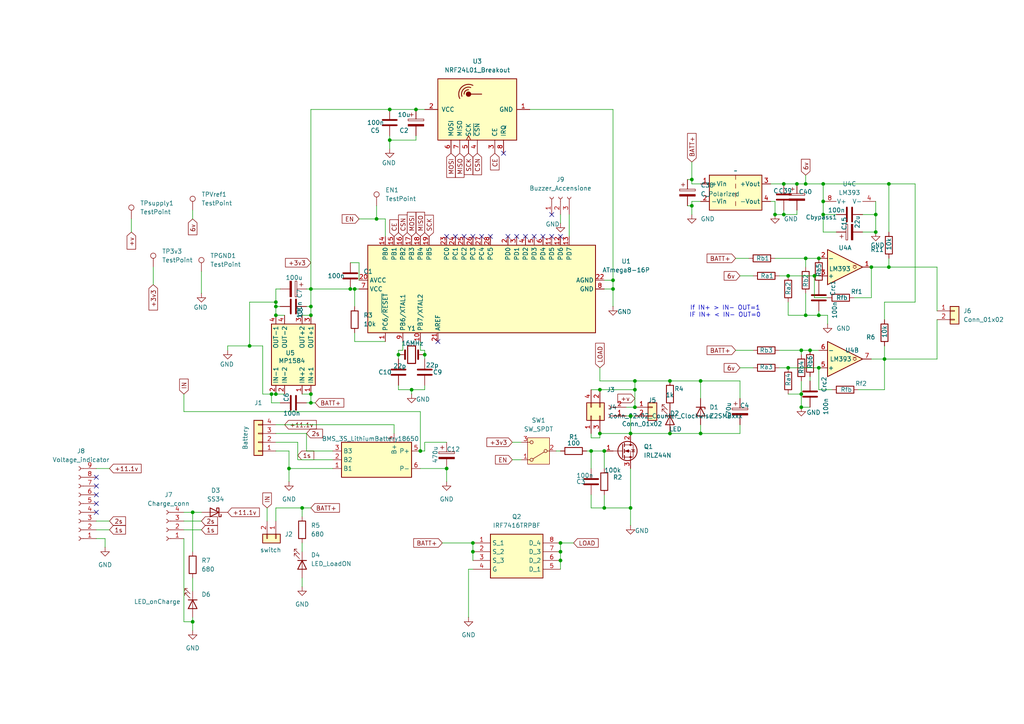
<source format=kicad_sch>
(kicad_sch (version 20250114) (generator "eeschema") (generator_version "9.0")
  (paper "A4")
  (title_block (title "PCB_AlimentazioneRobot") (date "2025-05-07") (rev "Superata"))
  (text "If IN+ > IN- OUT=1\nIF IN+ < IN- OUT=0" (at 210.312 90.424 0) (effects (font (size 1.27 1.27))))
  (junction (at 237.49 106.68))
  (junction (at 173.99 113.03))
  (junction (at 137.16 160.02))
  (junction (at 175.26 130.81))
  (junction (at 90.17 88.9))
  (junction (at 200.66 59.69))
  (junction (at 177.8 83.82))
  (junction (at 232.41 101.6))
  (junction (at 231.14 53.34))
  (junction (at 101.6 83.82))
  (junction (at 90.17 114.3))
  (junction (at 257.81 53.34))
  (junction (at 115.57 102.87))
  (junction (at 90.17 83.82))
  (junction (at 55.88 148.59))
  (junction (at 162.56 162.56))
  (junction (at 162.56 160.02))
  (junction (at 90.17 91.44))
  (junction (at 203.2 125.73))
  (junction (at 232.41 114.3))
  (junction (at 233.68 91.44))
  (junction (at 236.22 80.01))
  (junction (at 119.38 113.03))
  (junction (at 257.81 77.47))
  (junction (at 78.74 114.3))
  (junction (at 233.68 53.34))
  (junction (at 173.99 125.73))
  (junction (at 109.22 63.5))
  (junction (at 238.76 53.34))
  (junction (at 182.88 147.32))
  (junction (at 254 67.31))
  (junction (at 238.76 62.23))
  (junction (at 162.56 157.48))
  (junction (at 113.03 31.75))
  (junction (at 120.65 31.75))
  (junction (at 238.76 58.42))
  (junction (at 80.01 87.63))
  (junction (at 184.15 110.49))
  (junction (at 227.33 62.23))
  (junction (at 228.6 106.68))
  (junction (at 232.41 118.11))
  (junction (at 233.68 74.93))
  (junction (at 80.01 91.44))
  (junction (at 237.49 91.44))
  (junction (at 72.39 100.33))
  (junction (at 90.17 116.84))
  (junction (at 234.95 101.6))
  (junction (at 121.92 130.81))
  (junction (at 80.01 88.9))
  (junction (at 55.88 180.34))
  (junction (at 203.2 110.49))
  (junction (at 177.8 81.28))
  (junction (at 80.01 114.3))
  (junction (at 182.88 125.73))
  (junction (at 102.87 83.82))
  (junction (at 227.33 53.34))
  (junction (at 123.19 102.87))
  (junction (at 194.31 110.49))
  (junction (at 129.54 135.89))
  (junction (at 184.15 118.11))
  (junction (at 200.66 52.07))
  (junction (at 256.54 104.14))
  (junction (at 184.15 113.03))
  (junction (at 228.6 80.01))
  (junction (at 83.82 135.89))
  (junction (at 224.79 62.23))
  (junction (at 252.73 77.47))
  (junction (at 182.88 120.65))
  (junction (at 254 62.23))
  (junction (at 194.31 125.73))
  (junction (at 175.26 147.32))
  (junction (at 87.63 147.32))
  (junction (at 137.16 157.48))
  (junction (at 113.03 40.64))
  (junction (at 237.49 74.93))
  (junction (at 171.45 130.81))
  (no_connect (at 27.94 138.43))
  (no_connect (at 160.02 62.23))
  (no_connect (at 142.24 68.58))
  (no_connect (at 160.02 68.58))
  (no_connect (at 134.62 68.58))
  (no_connect (at 127 99.06))
  (no_connect (at 27.94 146.05))
  (no_connect (at 157.48 68.58))
  (no_connect (at 27.94 143.51))
  (no_connect (at 152.4 68.58))
  (no_connect (at 27.94 140.97))
  (no_connect (at 137.16 68.58))
  (no_connect (at 132.08 68.58))
  (no_connect (at 146.05 44.45))
  (no_connect (at 27.94 148.59))
  (no_connect (at 147.32 68.58))
  (no_connect (at 149.86 68.58))
  (no_connect (at 139.7 68.58))
  (no_connect (at 129.54 68.58))
  (no_connect (at 154.94 68.58))
  (no_connect (at 162.56 68.58))
  (wire (pts (xy 113.03 39.37) (xy 113.03 40.64)))
  (wire (pts (xy 200.66 46.99) (xy 200.66 52.07)))
  (wire (pts (xy 66.04 101.6) (xy 66.04 100.33)))
  (wire (pts (xy 80.01 87.63) (xy 80.01 88.9)))
  (wire (pts (xy 224.79 74.93) (xy 233.68 74.93)))
  (wire (pts (xy 233.68 53.34) (xy 238.76 53.34)))
  (wire (pts (xy 248.92 113.03) (xy 256.54 113.03)))
  (wire (pts (xy 232.41 101.6) (xy 234.95 101.6)))
  (wire (pts (xy 80.01 130.81) (xy 83.82 130.81)))
  (wire (pts (xy 213.36 101.6) (xy 218.44 101.6)))
  (wire (pts (xy 55.88 148.59) (xy 55.88 160.02)))
  (wire (pts (xy 173.99 125.73) (xy 182.88 125.73)))
  (wire (pts (xy 53.34 180.34) (xy 55.88 180.34)))
  (wire (pts (xy 242.57 67.31) (xy 238.76 67.31)))
  (wire (pts (xy 104.14 76.2) (xy 101.6 76.2)))
  (wire (pts (xy 121.92 101.6) (xy 123.19 101.6)))
  (wire (pts (xy 123.19 130.81) (xy 121.92 130.81)))
  (wire (pts (xy 171.45 127) (xy 173.99 127)))
  (wire (pts (xy 165.1 62.23) (xy 165.1 68.58)))
  (wire (pts (xy 80.01 125.73) (xy 88.9 125.73)))
  (wire (pts (xy 119.38 114.3) (xy 119.38 113.03)))
  (wire (pts (xy 113.03 31.75) (xy 120.65 31.75)))
  (wire (pts (xy 88.9 125.73) (xy 88.9 130.81)))
  (wire (pts (xy 257.81 53.34) (xy 265.43 53.34)))
  (wire (pts (xy 38.1 63.5) (xy 38.1 67.31)))
  (wire (pts (xy 162.56 157.48) (xy 166.37 157.48)))
  (wire (pts (xy 175.26 130.81) (xy 175.26 135.89)))
  (wire (pts (xy 123.19 128.27) (xy 123.19 130.81)))
  (wire (pts (xy 231.14 62.23) (xy 227.33 62.23)))
  (wire (pts (xy 80.01 88.9) (xy 81.28 88.9)))
  (wire (pts (xy 194.31 125.73) (xy 203.2 125.73)))
  (wire (pts (xy 148.59 133.35) (xy 151.13 133.35)))
  (wire (pts (xy 102.87 99.06) (xy 111.76 99.06)))
  (wire (pts (xy 87.63 147.32) (xy 87.63 149.86)))
  (wire (pts (xy 162.56 62.23) (xy 162.56 64.77)))
  (wire (pts (xy 80.01 91.44) (xy 82.55 91.44)))
  (wire (pts (xy 55.88 148.59) (xy 58.42 148.59)))
  (wire (pts (xy 162.56 157.48) (xy 162.56 160.02)))
  (wire (pts (xy 214.63 115.57) (xy 214.63 110.49)))
  (wire (pts (xy 109.22 59.69) (xy 109.22 63.5)))
  (wire (pts (xy 170.18 130.81) (xy 171.45 130.81)))
  (wire (pts (xy 128.27 157.48) (xy 137.16 157.48)))
  (wire (pts (xy 53.34 148.59) (xy 55.88 148.59)))
  (wire (pts (xy 171.45 113.03) (xy 173.99 113.03)))
  (wire (pts (xy 184.15 110.49) (xy 173.99 110.49)))
  (wire (pts (xy 175.26 147.32) (xy 182.88 147.32)))
  (wire (pts (xy 121.92 135.89) (xy 129.54 135.89)))
  (wire (pts (xy 80.01 147.32) (xy 87.63 147.32)))
  (wire (pts (xy 87.63 114.3) (xy 90.17 114.3)))
  (wire (pts (xy 233.68 85.09) (xy 233.68 91.44)))
  (wire (pts (xy 58.42 78.74) (xy 58.42 85.09)))
  (wire (pts (xy 182.88 120.65) (xy 182.88 125.73)))
  (wire (pts (xy 200.66 59.69) (xy 200.66 62.23)))
  (wire (pts (xy 53.34 156.21) (xy 53.34 180.34)))
  (wire (pts (xy 177.8 83.82) (xy 177.8 88.9)))
  (wire (pts (xy 175.26 83.82) (xy 177.8 83.82)))
  (wire (pts (xy 90.17 88.9) (xy 90.17 91.44)))
  (wire (pts (xy 121.92 119.38) (xy 121.92 130.81)))
  (wire (pts (xy 200.66 58.42) (xy 200.66 59.69)))
  (wire (pts (xy 226.06 106.68) (xy 228.6 106.68)))
  (wire (pts (xy 76.2 100.33) (xy 72.39 100.33)))
  (wire (pts (xy 129.54 128.27) (xy 123.19 128.27)))
  (wire (pts (xy 87.63 167.64) (xy 87.63 170.18)))
  (wire (pts (xy 254 67.31) (xy 254 62.23)))
  (wire (pts (xy 80.01 114.3) (xy 82.55 114.3)))
  (wire (pts (xy 199.39 52.07) (xy 200.66 52.07)))
  (wire (pts (xy 80.01 83.82) (xy 81.28 83.82)))
  (wire (pts (xy 120.65 39.37) (xy 120.65 40.64)))
  (wire (pts (xy 31.75 135.89) (xy 27.94 135.89)))
  (wire (pts (xy 123.19 111.76) (xy 123.19 113.03)))
  (wire (pts (xy 88.9 88.9) (xy 90.17 88.9)))
  (wire (pts (xy 114.3 123.19) (xy 114.3 125.73)))
  (wire (pts (xy 53.34 153.67) (xy 58.42 153.67)))
  (wire (pts (xy 115.57 102.87) (xy 115.57 104.14)))
  (wire (pts (xy 90.17 31.75) (xy 113.03 31.75)))
  (wire (pts (xy 182.88 135.89) (xy 182.88 147.32)))
  (wire (pts (xy 184.15 118.11) (xy 181.61 118.11)))
  (wire (pts (xy 200.66 53.34) (xy 203.2 53.34)))
  (wire (pts (xy 120.65 40.64) (xy 113.03 40.64)))
  (wire (pts (xy 256.54 113.03) (xy 256.54 104.14)))
  (wire (pts (xy 250.19 62.23) (xy 254 62.23)))
  (wire (pts (xy 223.52 53.34) (xy 227.33 53.34)))
  (wire (pts (xy 72.39 87.63) (xy 80.01 87.63)))
  (wire (pts (xy 184.15 110.49) (xy 184.15 113.03)))
  (wire (pts (xy 237.49 90.17) (xy 237.49 91.44)))
  (wire (pts (xy 90.17 31.75) (xy 90.17 83.82)))
  (wire (pts (xy 90.17 83.82) (xy 101.6 83.82)))
  (wire (pts (xy 78.74 116.84) (xy 81.28 116.84)))
  (wire (pts (xy 224.79 58.42) (xy 224.79 62.23)))
  (wire (pts (xy 228.6 91.44) (xy 233.68 91.44)))
  (wire (pts (xy 184.15 110.49) (xy 194.31 110.49)))
  (wire (pts (xy 228.6 114.3) (xy 232.41 114.3)))
  (wire (pts (xy 233.68 74.93) (xy 237.49 74.93)))
  (wire (pts (xy 86.36 133.35) (xy 96.52 133.35)))
  (wire (pts (xy 30.48 156.21) (xy 30.48 158.75)))
  (wire (pts (xy 171.45 125.73) (xy 171.45 127)))
  (wire (pts (xy 231.14 60.96) (xy 231.14 62.23)))
  (wire (pts (xy 55.88 60.96) (xy 55.88 63.5)))
  (wire (pts (xy 88.9 130.81) (xy 96.52 130.81)))
  (wire (pts (xy 55.88 180.34) (xy 55.88 182.88)))
  (wire (pts (xy 101.6 83.82) (xy 102.87 83.82)))
  (wire (pts (xy 203.2 123.19) (xy 203.2 125.73)))
  (wire (pts (xy 236.22 80.01) (xy 237.49 80.01)))
  (wire (pts (xy 83.82 130.81) (xy 83.82 135.89)))
  (wire (pts (xy 254 62.23) (xy 254 58.42)))
  (wire (pts (xy 232.41 102.87) (xy 232.41 101.6)))
  (wire (pts (xy 232.41 110.49) (xy 232.41 114.3)))
  (wire (pts (xy 123.19 102.87) (xy 123.19 104.14)))
  (wire (pts (xy 177.8 31.75) (xy 177.8 81.28)))
  (wire (pts (xy 237.49 113.03) (xy 237.49 106.68)))
  (wire (pts (xy 120.65 31.75) (xy 123.19 31.75)))
  (wire (pts (xy 53.34 114.3) (xy 53.34 119.38)))
  (wire (pts (xy 173.99 113.03) (xy 184.15 113.03)))
  (wire (pts (xy 66.04 100.33) (xy 72.39 100.33)))
  (wire (pts (xy 78.74 114.3) (xy 80.01 114.3)))
  (wire (pts (xy 238.76 67.31) (xy 238.76 62.23)))
  (wire (pts (xy 161.29 130.81) (xy 162.56 130.81)))
  (wire (pts (xy 257.81 53.34) (xy 238.76 53.34)))
  (wire (pts (xy 104.14 81.28) (xy 104.14 76.2)))
  (wire (pts (xy 116.84 99.06) (xy 116.84 101.6)))
  (wire (pts (xy 78.74 114.3) (xy 78.74 116.84)))
  (wire (pts (xy 203.2 58.42) (xy 200.66 58.42)))
  (wire (pts (xy 184.15 120.65) (xy 182.88 120.65)))
  (wire (pts (xy 80.01 128.27) (xy 86.36 128.27)))
  (wire (pts (xy 199.39 59.69) (xy 200.66 59.69)))
  (wire (pts (xy 228.6 106.68) (xy 237.49 106.68)))
  (wire (pts (xy 232.41 118.11) (xy 234.95 118.11)))
  (wire (pts (xy 175.26 81.28) (xy 177.8 81.28)))
  (wire (pts (xy 44.45 77.47) (xy 44.45 82.55)))
  (wire (pts (xy 83.82 135.89) (xy 83.82 139.7)))
  (wire (pts (xy 83.82 135.89) (xy 96.52 135.89)))
  (wire (pts (xy 271.78 104.14) (xy 256.54 104.14)))
  (wire (pts (xy 175.26 143.51) (xy 175.26 147.32)))
  (wire (pts (xy 78.74 114.3) (xy 76.2 114.3)))
  (wire (pts (xy 121.92 99.06) (xy 121.92 101.6)))
  (wire (pts (xy 135.89 165.1) (xy 137.16 165.1)))
  (wire (pts (xy 257.81 77.47) (xy 271.78 77.47)))
  (wire (pts (xy 250.19 67.31) (xy 254 67.31)))
  (wire (pts (xy 203.2 110.49) (xy 203.2 115.57)))
  (wire (pts (xy 241.3 113.03) (xy 237.49 113.03)))
  (wire (pts (xy 123.19 101.6) (xy 123.19 102.87)))
  (wire (pts (xy 214.63 110.49) (xy 203.2 110.49)))
  (wire (pts (xy 173.99 125.73) (xy 173.99 127)))
  (wire (pts (xy 252.73 77.47) (xy 257.81 77.47)))
  (wire (pts (xy 153.67 31.75) (xy 177.8 31.75)))
  (wire (pts (xy 226.06 80.01) (xy 228.6 80.01)))
  (wire (pts (xy 227.33 62.23) (xy 224.79 62.23)))
  (wire (pts (xy 227.33 60.96) (xy 227.33 62.23)))
  (wire (pts (xy 87.63 147.32) (xy 90.17 147.32)))
  (wire (pts (xy 111.76 63.5) (xy 109.22 63.5)))
  (wire (pts (xy 87.63 157.48) (xy 87.63 160.02)))
  (wire (pts (xy 171.45 147.32) (xy 171.45 143.51)))
  (wire (pts (xy 214.63 125.73) (xy 203.2 125.73)))
  (wire (pts (xy 194.31 110.49) (xy 203.2 110.49)))
  (wire (pts (xy 104.14 63.5) (xy 109.22 63.5)))
  (wire (pts (xy 214.63 106.68) (xy 218.44 106.68)))
  (wire (pts (xy 181.61 120.65) (xy 182.88 120.65)))
  (wire (pts (xy 236.22 86.36) (xy 236.22 80.01)))
  (wire (pts (xy 265.43 87.63) (xy 256.54 87.63)))
  (wire (pts (xy 257.81 53.34) (xy 257.81 67.31)))
  (wire (pts (xy 238.76 53.34) (xy 238.76 58.42)))
  (wire (pts (xy 102.87 83.82) (xy 104.14 83.82)))
  (wire (pts (xy 256.54 100.33) (xy 256.54 104.14)))
  (wire (pts (xy 90.17 116.84) (xy 90.17 114.3)))
  (wire (pts (xy 116.84 101.6) (xy 115.57 101.6)))
  (wire (pts (xy 227.33 53.34) (xy 231.14 53.34)))
  (wire (pts (xy 55.88 179.07) (xy 55.88 180.34)))
  (wire (pts (xy 213.36 74.93) (xy 217.17 74.93)))
  (wire (pts (xy 76.2 114.3) (xy 76.2 100.33)))
  (wire (pts (xy 237.49 91.44) (xy 240.03 91.44)))
  (wire (pts (xy 175.26 130.81) (xy 171.45 130.81)))
  (wire (pts (xy 173.99 110.49) (xy 173.99 106.68)))
  (wire (pts (xy 53.34 119.38) (xy 121.92 119.38)))
  (wire (pts (xy 232.41 118.11) (xy 232.41 114.3)))
  (wire (pts (xy 148.59 128.27) (xy 151.13 128.27)))
  (wire (pts (xy 233.68 50.8) (xy 233.68 53.34)))
  (wire (pts (xy 238.76 62.23) (xy 238.76 58.42)))
  (wire (pts (xy 72.39 87.63) (xy 72.39 100.33)))
  (wire (pts (xy 234.95 101.6) (xy 237.49 101.6)))
  (wire (pts (xy 182.88 125.73) (xy 194.31 125.73)))
  (wire (pts (xy 214.63 80.01) (xy 218.44 80.01)))
  (wire (pts (xy 27.94 151.13) (xy 31.75 151.13)))
  (wire (pts (xy 137.16 157.48) (xy 137.16 160.02)))
  (wire (pts (xy 256.54 87.63) (xy 256.54 92.71)))
  (wire (pts (xy 162.56 160.02) (xy 162.56 162.56)))
  (wire (pts (xy 80.01 88.9) (xy 80.01 91.44)))
  (wire (pts (xy 27.94 156.21) (xy 30.48 156.21)))
  (wire (pts (xy 102.87 96.52) (xy 102.87 99.06)))
  (wire (pts (xy 271.78 77.47) (xy 271.78 90.17)))
  (wire (pts (xy 223.52 58.42) (xy 224.79 58.42)))
  (wire (pts (xy 252.73 86.36) (xy 252.73 77.47)))
  (wire (pts (xy 257.81 77.47) (xy 257.81 74.93)))
  (wire (pts (xy 77.47 147.32) (xy 77.47 151.13)))
  (wire (pts (xy 240.03 86.36) (xy 236.22 86.36)))
  (wire (pts (xy 233.68 77.47) (xy 233.68 74.93)))
  (wire (pts (xy 55.88 167.64) (xy 55.88 171.45)))
  (wire (pts (xy 232.41 101.6) (xy 226.06 101.6)))
  (wire (pts (xy 240.03 93.98) (xy 240.03 91.44)))
  (wire (pts (xy 177.8 81.28) (xy 177.8 83.82)))
  (wire (pts (xy 228.6 80.01) (xy 236.22 80.01)))
  (wire (pts (xy 115.57 111.76) (xy 115.57 113.03)))
  (wire (pts (xy 115.57 101.6) (xy 115.57 102.87)))
  (wire (pts (xy 80.01 83.82) (xy 80.01 87.63)))
  (wire (pts (xy 88.9 116.84) (xy 90.17 116.84)))
  (wire (pts (xy 80.01 123.19) (xy 114.3 123.19)))
  (wire (pts (xy 265.43 53.34) (xy 265.43 87.63)))
  (wire (pts (xy 256.54 104.14) (xy 252.73 104.14)))
  (wire (pts (xy 233.68 91.44) (xy 237.49 91.44)))
  (wire (pts (xy 90.17 116.84) (xy 91.44 116.84)))
  (wire (pts (xy 137.16 160.02) (xy 137.16 162.56)))
  (wire (pts (xy 171.45 147.32) (xy 175.26 147.32)))
  (wire (pts (xy 86.36 128.27) (xy 86.36 133.35)))
  (wire (pts (xy 247.65 86.36) (xy 252.73 86.36)))
  (wire (pts (xy 27.94 153.67) (xy 31.75 153.67)))
  (wire (pts (xy 271.78 92.71) (xy 271.78 104.14)))
  (wire (pts (xy 53.34 151.13) (xy 58.42 151.13)))
  (wire (pts (xy 162.56 162.56) (xy 162.56 165.1)))
  (wire (pts (xy 88.9 83.82) (xy 90.17 83.82)))
  (wire (pts (xy 234.95 110.49) (xy 234.95 109.22)))
  (wire (pts (xy 242.57 62.23) (xy 238.76 62.23)))
  (wire (pts (xy 123.19 113.03) (xy 119.38 113.03)))
  (wire (pts (xy 80.01 151.13) (xy 80.01 147.32)))
  (wire (pts (xy 135.89 165.1) (xy 135.89 179.07)))
  (wire (pts (xy 113.03 43.18) (xy 113.03 40.64)))
  (wire (pts (xy 214.63 123.19) (xy 214.63 125.73)))
  (wire (pts (xy 171.45 130.81) (xy 171.45 135.89)))
  (wire (pts (xy 231.14 53.34) (xy 233.68 53.34)))
  (wire (pts (xy 115.57 113.03) (xy 119.38 113.03)))
  (wire (pts (xy 87.63 91.44) (xy 90.17 91.44)))
  (wire (pts (xy 90.17 83.82) (xy 90.17 88.9)))
  (wire (pts (xy 111.76 68.58) (xy 111.76 63.5)))
  (wire (pts (xy 102.87 83.82) (xy 102.87 88.9)))
  (wire (pts (xy 228.6 87.63) (xy 228.6 91.44)))
  (wire (pts (xy 184.15 113.03) (xy 184.15 118.11)))
  (wire (pts (xy 200.66 52.07) (xy 200.66 53.34)))
  (wire (pts (xy 182.88 147.32) (xy 182.88 152.4)))
  (wire (pts (xy 129.54 135.89) (xy 129.54 139.7)))
  (global_label "6v" (shape input) (at 233.68 50.8 90) (property "Intersheetrefs" "${INTERSHEET_REFS}" (effects (hide yes))))
  (global_label "SCK" (shape input) (at 135.89 44.45 270) (property "Intersheetrefs" "${INTERSHEET_REFS}" (effects (hide yes))))
  (global_label "LOAD" (shape input) (at 166.37 157.48 0) (property "Intersheetrefs" "${INTERSHEET_REFS}" (effects (hide yes))))
  (global_label "MISO" (shape input) (at 121.92 68.58 90) (property "Intersheetrefs" "${INTERSHEET_REFS}" (effects (hide yes))))
  (global_label "+v" (shape input) (at 184.15 115.57 180) (property "Intersheetrefs" "${INTERSHEET_REFS}" (effects (hide yes))))
  (global_label "EN" (shape input) (at 148.59 133.35 180) (property "Intersheetrefs" "${INTERSHEET_REFS}" (effects (hide yes))))
  (global_label "IN" (shape input) (at 77.47 147.32 90) (property "Intersheetrefs" "${INTERSHEET_REFS}" (effects (hide yes))))
  (global_label "2s" (shape input) (at 88.9 125.73 0) (property "Intersheetrefs" "${INTERSHEET_REFS}" (effects (hide yes))))
  (global_label "+3v3" (shape input) (at 148.59 128.27 180) (property "Intersheetrefs" "${INTERSHEET_REFS}" (effects (hide yes))))
  (global_label "1s" (shape input) (at 86.36 132.08 0) (property "Intersheetrefs" "${INTERSHEET_REFS}" (effects (hide yes))))
  (global_label "CSN" (shape input) (at 116.84 68.58 90) (property "Intersheetrefs" "${INTERSHEET_REFS}" (effects (hide yes))))
  (global_label "1s" (shape input) (at 31.75 153.67 0) (property "Intersheetrefs" "${INTERSHEET_REFS}" (effects (hide yes))))
  (global_label "IN" (shape input) (at 53.34 114.3 90) (property "Intersheetrefs" "${INTERSHEET_REFS}" (effects (hide yes))))
  (global_label "+v" (shape input) (at 38.1 67.31 270) (property "Intersheetrefs" "${INTERSHEET_REFS}" (effects (hide yes))))
  (global_label "BATT+" (shape input) (at 200.66 46.99 90) (property "Intersheetrefs" "${INTERSHEET_REFS}" (effects (hide yes))))
  (global_label "SCK" (shape input) (at 124.46 68.58 90) (property "Intersheetrefs" "${INTERSHEET_REFS}" (effects (hide yes))))
  (global_label "6v" (shape input) (at 214.63 80.01 180) (property "Intersheetrefs" "${INTERSHEET_REFS}" (effects (hide yes))))
  (global_label "EN" (shape input) (at 104.14 63.5 180) (property "Intersheetrefs" "${INTERSHEET_REFS}" (effects (hide yes))))
  (global_label "BATT+" (shape input) (at 213.36 74.93 180) (property "Intersheetrefs" "${INTERSHEET_REFS}" (effects (hide yes))))
  (global_label "CE" (shape input) (at 143.51 44.45 270) (property "Intersheetrefs" "${INTERSHEET_REFS}" (effects (hide yes))))
  (global_label "+11.1v" (shape input) (at 31.75 135.89 0) (property "Intersheetrefs" "${INTERSHEET_REFS}" (effects (hide yes))))
  (global_label "6v" (shape input) (at 214.63 106.68 180) (property "Intersheetrefs" "${INTERSHEET_REFS}" (effects (hide yes))))
  (global_label "BATT+" (shape input) (at 213.36 101.6 180) (property "Intersheetrefs" "${INTERSHEET_REFS}" (effects (hide yes))))
  (global_label "2s" (shape input) (at 31.75 151.13 0) (property "Intersheetrefs" "${INTERSHEET_REFS}" (effects (hide yes))))
  (global_label "BATT+" (shape input) (at 90.17 147.32 0) (property "Intersheetrefs" "${INTERSHEET_REFS}" (effects (hide yes))))
  (global_label "LOAD" (shape input) (at 173.99 106.68 90) (property "Intersheetrefs" "${INTERSHEET_REFS}" (effects (hide yes))))
  (global_label "BATT+" (shape input) (at 91.44 116.84 0) (property "Intersheetrefs" "${INTERSHEET_REFS}" (effects (hide yes))))
  (global_label "6v" (shape input) (at 55.88 63.5 270) (property "Intersheetrefs" "${INTERSHEET_REFS}" (effects (hide yes))))
  (global_label "+3v3" (shape input) (at 44.45 82.55 270) (property "Intersheetrefs" "${INTERSHEET_REFS}" (effects (hide yes))))
  (global_label "1s" (shape input) (at 58.42 153.67 0) (property "Intersheetrefs" "${INTERSHEET_REFS}" (effects (hide yes))))
  (global_label "2s" (shape input) (at 58.42 151.13 0) (property "Intersheetrefs" "${INTERSHEET_REFS}" (effects (hide yes))))
  (global_label "MOSI" (shape input) (at 119.38 68.58 90) (property "Intersheetrefs" "${INTERSHEET_REFS}" (effects (hide yes))))
  (global_label "MOSI" (shape input) (at 130.81 44.45 270) (property "Intersheetrefs" "${INTERSHEET_REFS}" (effects (hide yes))))
  (global_label "BATT+" (shape input) (at 128.27 157.48 180) (property "Intersheetrefs" "${INTERSHEET_REFS}" (effects (hide yes))))
  (global_label "+11.1v" (shape input) (at 82.55 123.19 0) (property "Intersheetrefs" "${INTERSHEET_REFS}" (effects (hide yes))))
  (global_label "MISO" (shape input) (at 133.35 44.45 270) (property "Intersheetrefs" "${INTERSHEET_REFS}" (effects (hide yes))))
  (global_label "CSN" (shape input) (at 138.43 44.45 270) (property "Intersheetrefs" "${INTERSHEET_REFS}" (effects (hide yes))))
  (global_label "CE" (shape input) (at 114.3 68.58 90) (property "Intersheetrefs" "${INTERSHEET_REFS}" (effects (hide yes))))
  (global_label "+11.1v" (shape input) (at 66.04 148.59 0) (property "Intersheetrefs" "${INTERSHEET_REFS}" (effects (hide yes))))
  (global_label "+3v3" (shape input) (at 90.17 76.2 180) (property "Intersheetrefs" "${INTERSHEET_REFS}" (effects (hide yes))))
  (symbol (lib_id "Connector:TestPoint") (at 44.45 77.47 0) (unit 1)
    (property "Reference" "TP3v3" (at 46.99 72.8979 0) (effects (justify left)))
    (property "Value" "TestPoint" (at 46.99 75.4379 0) (effects (justify left)))
    (property "Footprint" "TestPoint:TestPoint_Pad_2.0x2.0mm" (effects (hide yes)))
    (property "Description" "test point" (effects (hide yes)))
  )
  (symbol (lib_id "power:GND") (at 182.88 152.4 0) (unit 1)
    (property "Reference" "#PWR012" (effects (hide yes)))
    (property "Value" "GND" (at 186.182 153.924 0))
    (property "Description" "Power symbol creates a global label with name \"GND\" , ground" (effects (hide yes)))
  )
  (symbol (lib_id "Battery_Management:BSM_LithiumBattery18650_3S") (at 109.22 133.35 0) (unit 1)
    (property "Reference" "U2" (effects (hide yes)))
    (property "Value" "BMS_3S_LithiumBattery18650" (at 107.442 127.254 0))
    (property "Footprint" "Battery:BMS-4S" (effects (hide yes)))
    (property "Datasheet" "https://www.analog.com/media/en/technical-documentation/data-sheets/2942fa.pdf" (effects (hide yes)))
    (property "Description" "Battery Gas Gauge with Temperature, Voltage Measurement, DFN-6" (effects (hide yes)))
  )
  (symbol (lib_id "Device:C") (at 85.09 88.9 270) (unit 1)
    (property "Reference" "C8" (at 87.122 89.154 0) (effects (justify left)))
    (property "Value" "100n" (at 86.868 87.376 0) (effects (justify left)))
    (property "Footprint" "Capacitor_THT:C_Disc_D7.0mm_W2.5mm_P5.00mm" (effects (hide yes)))
    (property "Description" "Unpolarized capacitor" (effects (hide yes)))
  )
  (symbol (lib_id "power:GND") (at 87.63 170.18 0) (unit 1)
    (property "Reference" "#PWR07" (effects (hide yes)))
    (property "Value" "GND" (at 87.63 175.26 0))
    (property "Description" "Power symbol creates a global label with name \"GND\" , ground" (effects (hide yes)))
  )
  (symbol (lib_id "Device:R") (at 166.37 130.81 90) (unit 1)
    (property "Reference" "R1" (at 166.37 126.746 90))
    (property "Value" "100" (at 166.37 128.524 90))
    (property "Footprint" "Resistor_THT:R_Axial_DIN0204_L3.6mm_D1.6mm_P5.08mm_Horizontal" (effects (hide yes)))
    (property "Description" "Resistor" (effects (hide yes)))
  )
  (symbol (lib_id "Device:R") (at 55.88 163.83 180) (unit 1)
    (property "Reference" "R7" (at 58.42 162.5599 0) (effects (justify right)))
    (property "Value" "680" (at 58.42 165.0999 0) (effects (justify right)))
    (property "Footprint" "Resistor_THT:R_Axial_DIN0204_L3.6mm_D1.6mm_P5.08mm_Horizontal" (effects (hide yes)))
    (property "Description" "Resistor" (effects (hide yes)))
  )
  (symbol (lib_id "Device:C") (at 234.95 114.3 0) (unit 1)
    (property "Reference" "Crc2" (at 239.014 113.792 90) (effects (justify left)))
    (property "Value" "100n" (at 239.522 120.396 90) (effects (justify left)))
    (property "Footprint" "Capacitor_THT:C_Disc_D5.1mm_W3.2mm_P5.00mm" (effects (hide yes)))
    (property "Description" "Unpolarized capacitor" (effects (hide yes)))
  )
  (symbol (lib_id "power:GND") (at 162.56 64.77 0) (unit 1)
    (property "Reference" "#PWR014" (effects (hide yes)))
    (property "Value" "GND" (at 160.274 65.024 0))
    (property "Description" "Power symbol creates a global label with name \"GND\" , ground" (effects (hide yes)))
  )
  (symbol (lib_id "Device:C") (at 237.49 86.36 0) (unit 1)
    (property "Reference" "Crc1" (at 241.554 85.852 90) (effects (justify left)))
    (property "Value" "100n" (at 242.062 92.456 90) (effects (justify left)))
    (property "Footprint" "Capacitor_THT:C_Disc_D5.1mm_W3.2mm_P5.00mm" (effects (hide yes)))
    (property "Description" "Unpolarized capacitor" (effects (hide yes)))
  )
  (symbol (lib_id "Device:R") (at 228.6 110.49 0) (unit 1)
    (property "Reference" "Ra4" (at 228.6 112.014 90) (effects (justify left)))
    (property "Value" "10k" (effects (hide yes)))
    (property "Footprint" "Resistor_THT:R_Axial_DIN0204_L3.6mm_D1.6mm_P5.08mm_Horizontal" (effects (hide yes)))
    (property "Description" "Resistor" (effects (hide yes)))
  )
  (symbol (lib_id "power:GND") (at 113.03 43.18 0) (unit 1)
    (property "Reference" "#PWR03" (effects (hide yes)))
    (property "Value" "GND" (at 110.744 47.244 0) (effects (justify left)))
    (property "Description" "Power symbol creates a global label with name \"GND\" , ground" (effects (hide yes)))
  )
  (symbol (lib_id "Device:R") (at 175.26 139.7 0) (unit 1)
    (property "Reference" "R2" (at 177.8 138.4299 0) (effects (justify left)))
    (property "Value" "100k" (at 175.26 136.398 0) (effects (justify left)))
    (property "Footprint" "Resistor_THT:R_Axial_DIN0204_L3.6mm_D1.6mm_P5.08mm_Horizontal" (effects (hide yes)))
    (property "Description" "Resistor" (effects (hide yes)))
  )
  (symbol (lib_id "power:GND") (at 254 67.31 0) (unit 1)
    (property "Reference" "#PWR043" (effects (hide yes)))
    (property "Value" "GND" (at 252.476 71.12 0) (effects (justify left)))
    (property "Description" "Power symbol creates a global label with name \"GND\" , ground" (effects (hide yes)))
  )
  (symbol (lib_id "Diode:SS34") (at 62.23 148.59 180) (unit 1)
    (property "Reference" "D3" (at 62.5475 142.24 0))
    (property "Value" "SS34" (at 62.5475 144.78 0))
    (property "Footprint" "Diode_SMD:D_SMA_Handsoldering" (effects (hide yes)))
    (property "Datasheet" "https://www.vishay.com/docs/88751/ss32.pdf" (effects (hide yes)))
    (property "Description" "40V 3A Schottky Diode, SMA" (effects (hide yes)))
  )
  (symbol (lib_id "Comparator:LM393") (at 246.38 55.88 90) (unit 3)
    (property "Reference" "U4" (at 246.38 53.34 90))
    (property "Value" "LM393" (at 246.38 55.88 90))
    (property "Footprint" "Package_DIP:DIP-8_W7.62mm" (effects (hide yes)))
    (property "Datasheet" "http://www.ti.com/lit/ds/symlink/lm393.pdf" (effects (hide yes)))
    (property "Description" "Low-Power, Low-Offset Voltage, Dual Comparators, DIP-8/SOIC-8/TO-99-8" (effects (hide yes)))
  )
  (symbol (lib_id "power:GND") (at 232.41 118.11 0) (unit 1)
    (property "Reference" "#PWR019" (effects (hide yes)))
    (property "Value" "GND" (at 235.966 119.634 0))
    (property "Description" "Power symbol creates a global label with name \"GND\" , ground" (effects (hide yes)))
  )
  (symbol (lib_id "Device:C") (at 171.45 139.7 0) (unit 1)
    (property "Reference" "C3" (at 167.132 139.7 0) (effects (justify left)))
    (property "Value" "100n" (at 167.132 137.922 0) (effects (justify left)))
    (property "Footprint" "Capacitor_THT:C_Disc_D7.0mm_W2.5mm_P5.00mm" (effects (hide yes)))
    (property "Description" "Unpolarized capacitor" (effects (hide yes)))
  )
  (symbol (lib_id "Device:C") (at 101.6 80.01 0) (unit 1)
    (property "Reference" "C1" (at 105.41 78.7399 0) (effects (justify left)))
    (property "Value" "100n" (at 94.996 80.01 0) (effects (justify left)))
    (property "Footprint" "Capacitor_THT:C_Disc_D7.0mm_W2.5mm_P5.00mm" (effects (hide yes)))
    (property "Description" "Unpolarized capacitor" (effects (hide yes)))
  )
  (symbol (lib_id "power:GND") (at 129.54 139.7 0) (unit 1)
    (property "Reference" "#PWR02" (effects (hide yes)))
    (property "Value" "GND" (at 129.54 144.78 0))
    (property "Description" "Power symbol creates a global label with name \"GND\" , ground" (effects (hide yes)))
  )
  (symbol (lib_id "Device:R") (at 228.6 83.82 0) (unit 1)
    (property "Reference" "Ra2" (at 228.6 85.598 90) (effects (justify left)))
    (property "Value" "10k" (effects (hide yes)))
    (property "Footprint" "Resistor_THT:R_Axial_DIN0204_L3.6mm_D1.6mm_P5.08mm_Horizontal" (effects (hide yes)))
    (property "Description" "Resistor" (effects (hide yes)))
  )
  (symbol (lib_id "power:GND") (at 55.88 182.88 0) (unit 1)
    (property "Reference" "#PWR05" (effects (hide yes)))
    (property "Value" "GND" (at 55.88 187.96 0))
    (property "Description" "Power symbol creates a global label with name \"GND\" , ground" (effects (hide yes)))
  )
  (symbol (lib_id "Connector:TestPoint") (at 38.1 63.5 0) (unit 1)
    (property "Reference" "TPsupply1" (at 40.64 58.9279 0) (effects (justify left)))
    (property "Value" "TestPoint" (at 40.64 61.4679 0) (effects (justify left)))
    (property "Footprint" "TestPoint:TestPoint_Pad_2.0x2.0mm" (effects (hide yes)))
    (property "Description" "test point" (effects (hide yes)))
  )
  (symbol (lib_id "power:GND") (at 83.82 139.7 0) (unit 1)
    (property "Reference" "#PWR01" (effects (hide yes)))
    (property "Value" "GND" (at 83.82 144.78 0))
    (property "Description" "Power symbol creates a global label with name \"GND\" , ground" (effects (hide yes)))
  )
  (symbol (lib_id "Device:LED") (at 194.31 121.92 270) (unit 1)
    (property "Reference" "D2" (at 194.31 119.888 90) (effects (justify left)))
    (property "Value" "LED" (at 194.056 124.46 90) (effects (justify left)))
    (property "Footprint" "LED_THT:LED_D4.0mm" (effects (hide yes)))
    (property "Description" "Light emitting diode" (effects (hide yes)))
    (property "Sim.Pins" "1=K 2=A" (effects (hide yes)))
  )
  (symbol (lib_id "power:GND") (at 119.38 114.3 0) (unit 1)
    (property "Reference" "#PWR010" (effects (hide yes)))
    (property "Value" "GND" (at 122.682 115.824 0))
    (property "Description" "Power symbol creates a global label with name \"GND\" , ground" (effects (hide yes)))
  )
  (symbol (lib_id "Switch:SW_SPDT") (at 156.21 130.81 180) (unit 1)
    (property "Reference" "SW1" (at 156.21 121.92 0))
    (property "Value" "SW_SPDT" (at 156.21 124.46 0))
    (property "Footprint" "Connector_PinSocket_2.54mm:PinSocket_1x03_P2.54mm_Vertical" (effects (hide yes)))
    (property "Description" "Switch, single pole double throw" (effects (hide yes)))
  )
  (symbol (lib_id "Device:R") (at 243.84 86.36 270) (unit 1)
    (property "Reference" "Rf1" (at 250.19 84.582 90) (effects (justify right)))
    (property "Value" "Rfb" (at 245.872 86.36 90) (effects (justify right)))
    (property "Footprint" "Resistor_THT:R_Axial_DIN0204_L3.6mm_D1.6mm_P5.08mm_Horizontal" (effects (hide yes)))
    (property "Description" "Resistor" (effects (hide yes)))
  )
  (symbol (lib_id "Device:C") (at 123.19 107.95 180) (unit 1)
    (property "Reference" "C9" (at 128.27 107.95 0) (effects (justify left)))
    (property "Value" "22p" (at 127.254 105.918 0) (effects (justify left)))
    (property "Footprint" "Capacitor_THT:C_Disc_D7.0mm_W2.5mm_P5.00mm" (effects (hide yes)))
    (property "Description" "Unpolarized capacitor" (effects (hide yes)))
  )
  (symbol (lib_id "Connector_Generic:Conn_01x02") (at 276.86 90.17 0) (unit 1)
    (property "Reference" "J6" (at 279.4 90.1699 0) (effects (justify left)))
    (property "Value" "Conn_01x02" (at 279.4 92.7099 0) (effects (justify left)))
    (property "Footprint" "Connector_Molex:Molex_KK-254_AE-6410-02A_1x02_P2.54mm_Vertical" (effects (hide yes)))
    (property "Description" "Generic connector, single row, 01x02, script generated (kicad-library-utils/schlib/autogen/connector/)" (effects (hide yes)))
  )
  (symbol (lib_id "Transistor_FET:IRLZ44N") (at 180.34 130.81 0) (unit 1)
    (property "Reference" "Q1" (at 186.69 129.5399 0) (effects (justify left)))
    (property "Value" "IRLZ44N" (at 186.69 132.0799 0) (effects (justify left)))
    (property "Footprint" "Package_TO_SOT_THT:TO-220-3_Horizontal_TabDown" (effects (hide yes)))
    (property "Datasheet" "http://www.irf.com/product-info/datasheets/data/irlz44n.pdf" (effects (hide yes)))
    (property "Description" "47A Id, 55V Vds, 22mOhm Rds Single N-Channel HEXFET Power MOSFET, TO-220AB" (effects (hide yes)))
  )
  (symbol (lib_id "Device:R") (at 222.25 106.68 270) (unit 1)
    (property "Reference" "Ra3" (at 222.25 106.426 90))
    (property "Value" "22k" (effects (hide yes)))
    (property "Footprint" "Resistor_THT:R_Axial_DIN0204_L3.6mm_D1.6mm_P5.08mm_Horizontal" (effects (hide yes)))
    (property "Description" "Resistor" (effects (hide yes)))
  )
  (symbol (lib_id "Device:Crystal") (at 119.38 102.87 0) (unit 1)
    (property "Reference" "Y1" (at 119.38 95.25 0))
    (property "Value" "16MHz" (at 119.634 99.568 0))
    (property "Footprint" "Crystal:Crystal_HC18-U_Vertical" (effects (hide yes)))
    (property "Description" "Two pin crystal" (effects (hide yes)))
  )
  (symbol (lib_id "power:GND") (at 240.03 93.98 0) (unit 1)
    (property "Reference" "#PWR045" (effects (hide yes)))
    (property "Value" "GND" (at 242.57 95.2499 0) (effects (justify left)))
    (property "Description" "Power symbol creates a global label with name \"GND\" , ground" (effects (hide yes)))
  )
  (symbol (lib_id "power:GND") (at 30.48 158.75 0) (unit 1)
    (property "Reference" "#PWR013" (effects (hide yes)))
    (property "Value" "GND" (at 30.48 163.83 0))
    (property "Description" "Power symbol creates a global label with name \"GND\" , ground" (effects (hide yes)))
  )
  (symbol (lib_id "Device:C_Polarized") (at 129.54 132.08 0) (unit 1)
    (property "Reference" "C12" (at 129.54 130.302 0) (effects (justify left)))
    (property "Value" "470u" (at 126.238 134.366 90) (effects (justify left)))
    (property "Footprint" "Capacitor_THT:CP_Radial_D8.0mm_P3.50mm" (effects (hide yes)))
    (property "Description" "Polarized capacitor" (effects (hide yes)))
  )
  (symbol (lib_id "Device:C_Polarized") (at 120.65 35.56 0) (unit 1)
    (property "Reference" "C2" (at 115.824 37.846 0) (effects (justify left)))
    (property "Value" "10u" (at 115.316 33.274 0) (effects (justify left)))
    (property "Footprint" "Capacitor_THT:CP_Radial_D8.0mm_P3.50mm" (effects (hide yes)))
    (property "Description" "Polarized capacitor" (effects (hide yes)))
  )
  (symbol (lib_id "Libreria_Personale:Mini360_DCDC_stepdown") (at 213.36 54.61 0) (unit 1)
    (property "Reference" "U8" (effects (hide yes)))
    (property "Value" "~" (at 213.36 49.53 0))
    (property "Footprint" "LIB_Personale:Mini360" (effects (hide yes)))
  )
  (symbol (lib_id "Device:C_Polarized") (at 199.39 55.88 0) (unit 1)
    (property "Reference" "C38" (at 203.2 53.7209 0) (effects (justify left)))
    (property "Value" "C_Polarized" (at 203.2 56.2609 0) (effects (justify left)))
    (property "Footprint" "Capacitor_THT:CP_Radial_D6.3mm_P2.50mm" (effects (hide yes)))
    (property "Description" "Polarized capacitor" (effects (hide yes)))
  )
  (symbol (lib_id "Connector:Conn_01x03_Socket") (at 162.56 57.15 90) (unit 1)
    (property "Reference" "J9" (at 162.56 52.07 90))
    (property "Value" "Buzzer_Accensione" (at 162.56 54.61 90))
    (property "Footprint" "Connector:FanPinHeader_1x03_P2.54mm_Vertical" (effects (hide yes)))
    (property "Description" "Generic connector, single row, 01x03, script generated" (effects (hide yes)))
  )
  (symbol (lib_id "power:GND") (at 58.42 85.09 0) (unit 1)
    (property "Reference" "#PWR08" (effects (hide yes)))
    (property "Value" "GND" (at 56.134 89.154 0) (effects (justify left)))
    (property "Description" "Power symbol creates a global label with name \"GND\" , ground" (effects (hide yes)))
  )
  (symbol (lib_id "Device:R") (at 222.25 101.6 270) (unit 1)
    (property "Reference" "Rb3" (at 222.25 101.6 90))
    (property "Value" "47k" (effects (hide yes)))
    (property "Footprint" "Resistor_THT:R_Axial_DIN0204_L3.6mm_D1.6mm_P5.08mm_Horizontal" (effects (hide yes)))
    (property "Description" "Resistor" (effects (hide yes)))
  )
  (symbol (lib_id "Device:C") (at 85.09 116.84 90) (unit 1)
    (property "Reference" "C6" (at 83.058 116.586 0) (effects (justify left)))
    (property "Value" "100n" (at 87.122 119.888 90) (effects (justify left)))
    (property "Footprint" "Capacitor_THT:C_Disc_D7.0mm_W2.5mm_P5.00mm" (effects (hide yes)))
    (property "Description" "Unpolarized capacitor" (effects (hide yes)))
  )
  (symbol (lib_id "Comparator:LM393") (at 245.11 104.14 0) (mirror x) (unit 2)
    (property "Reference" "U4" (at 247.142 101.6 0))
    (property "Value" "LM393" (at 243.84 104.14 0))
    (property "Footprint" "Package_DIP:DIP-8_W7.62mm" (effects (hide yes)))
    (property "Datasheet" "http://www.ti.com/lit/ds/symlink/lm393.pdf" (effects (hide yes)))
    (property "Description" "Low-Power, Low-Offset Voltage, Dual Comparators, DIP-8/SOIC-8/TO-99-8" (effects (hide yes)))
  )
  (symbol (lib_id "Device:C_Polarized") (at 214.63 119.38 0) (unit 1)
    (property "Reference" "C4" (at 214.63 117.602 0) (effects (justify left)))
    (property "Value" "470u" (at 211.328 121.666 90) (effects (justify left)))
    (property "Footprint" "Capacitor_THT:CP_Radial_D8.0mm_P3.50mm" (effects (hide yes)))
    (property "Description" "Polarized capacitor" (effects (hide yes)))
  )
  (symbol (lib_id "Device:LED") (at 55.88 175.26 270) (unit 1)
    (property "Reference" "D6" (at 58.42 172.4024 90) (effects (justify left)))
    (property "Value" "LED_onCharge" (at 38.862 174.498 90) (effects (justify left)))
    (property "Footprint" "LED_THT:LED_D4.0mm" (effects (hide yes)))
    (property "Description" "Light emitting diode" (effects (hide yes)))
    (property "Sim.Pins" "1=K 2=A" (effects (hide yes)))
  )
  (symbol (lib_id "Device:C_Polarized") (at 231.14 57.15 0) (unit 1)
    (property "Reference" "C40" (at 231.648 55.626 0) (effects (justify left)))
    (property "Value" "C_Polarized" (effects (hide yes)))
    (property "Footprint" "Capacitor_THT:CP_Radial_D6.3mm_P2.50mm" (effects (hide yes)))
    (property "Description" "Polarized capacitor" (effects (hide yes)))
  )
  (symbol (lib_id "Device:R") (at 222.25 80.01 270) (unit 1)
    (property "Reference" "Ra1" (at 222.504 80.01 90))
    (property "Value" "22k" (effects (hide yes)))
    (property "Footprint" "Resistor_THT:R_Axial_DIN0204_L3.6mm_D1.6mm_P5.08mm_Horizontal" (effects (hide yes)))
    (property "Description" "Resistor" (effects (hide yes)))
  )
  (symbol (lib_id "Diode:Z2SMBxxx") (at 203.2 119.38 270) (unit 1)
    (property "Reference" "D1" (at 205.74 118.1099 90) (effects (justify left)))
    (property "Value" "Z2SMBxxx" (at 205.74 120.6499 90) (effects (justify left)))
    (property "Footprint" "Diode_SMD:D_SMB_Handsoldering" (effects (hide yes)))
    (property "Datasheet" "https://diotec.com/tl_files/diotec/files/pdf/datasheets/z2smb1.pdf" (effects (hide yes)))
    (property "Description" "2000mW Zener Diode, SMB(DO-214AA)" (effects (hide yes)))
  )
  (symbol (lib_id "Connector_Generic:Conn_01x02") (at 189.23 118.11 0) (unit 1)
    (property "Reference" "J5" (at 187.96 116.078 0) (effects (justify left)))
    (property "Value" "Conn_01x02" (at 180.34 122.936 0) (effects (justify left)))
    (property "Footprint" "Connector_Molex:Molex_KK-254_AE-6410-02A_1x02_P2.54mm_Vertical" (effects (hide yes)))
    (property "Description" "Generic connector, single row, 01x02, script generated (kicad-library-utils/schlib/autogen/connector/)" (effects (hide yes)))
  )
  (symbol (lib_id "Device:R") (at 234.95 105.41 0) (unit 1)
    (property "Reference" "Rb6" (at 234.95 106.934 90) (effects (justify left)))
    (property "Value" "22k" (effects (hide yes)))
    (property "Footprint" "Resistor_THT:R_Axial_DIN0204_L3.6mm_D1.6mm_P5.08mm_Horizontal" (effects (hide yes)))
    (property "Description" "Resistor" (effects (hide yes)))
  )
  (symbol (lib_id "Device:LED") (at 87.63 163.83 270) (unit 1)
    (property "Reference" "D4" (at 90.17 160.9724 90) (effects (justify left)))
    (property "Value" "LED_LoadON" (at 90.17 163.5124 90) (effects (justify left)))
    (property "Footprint" "LED_THT:LED_D4.0mm" (effects (hide yes)))
    (property "Description" "Light emitting diode" (effects (hide yes)))
    (property "Sim.Pins" "1=K 2=A" (effects (hide yes)))
  )
  (symbol (lib_id "Device:R") (at 194.31 114.3 180) (unit 1)
    (property "Reference" "R4" (at 195.58 112.776 0) (effects (justify right)))
    (property "Value" "1k" (at 193.04 114.554 0) (effects (justify right)))
    (property "Footprint" "Resistor_THT:R_Axial_DIN0204_L3.6mm_D1.6mm_P5.08mm_Horizontal" (effects (hide yes)))
    (property "Description" "Resistor" (effects (hide yes)))
  )
  (symbol (lib_id "Device:R") (at 245.11 113.03 270) (unit 1)
    (property "Reference" "Rf2" (at 251.46 111.252 90) (effects (justify right)))
    (property "Value" "Rfb" (at 247.142 113.03 90) (effects (justify right)))
    (property "Footprint" "Resistor_THT:R_Axial_DIN0204_L3.6mm_D1.6mm_P5.08mm_Horizontal" (effects (hide yes)))
    (property "Description" "Resistor" (effects (hide yes)))
  )
  (symbol (lib_id "Connector:TestPoint") (at 55.88 60.96 0) (unit 1)
    (property "Reference" "TPVref1" (at 58.42 56.3879 0) (effects (justify left)))
    (property "Value" "TestPoint" (at 58.42 58.9279 0) (effects (justify left)))
    (property "Footprint" "TestPoint:TestPoint_Pad_2.0x2.0mm" (effects (hide yes)))
    (property "Description" "test point" (effects (hide yes)))
  )
  (symbol (lib_id "Comparator:LM393") (at 245.11 77.47 0) (mirror x) (unit 1)
    (property "Reference" "U4" (at 245.11 71.882 0))
    (property "Value" "LM393" (at 243.586 77.978 0))
    (property "Footprint" "Package_DIP:DIP-8_W7.62mm" (effects (hide yes)))
    (property "Datasheet" "http://www.ti.com/lit/ds/symlink/lm393.pdf" (effects (hide yes)))
    (property "Description" "Low-Power, Low-Offset Voltage, Dual Comparators, DIP-8/SOIC-8/TO-99-8" (effects (hide yes)))
  )
  (symbol (lib_id "Device:R") (at 237.49 78.74 0) (unit 1)
    (property "Reference" "Rb5" (at 237.49 80.264 90) (effects (justify left)))
    (property "Value" "22k" (effects (hide yes)))
    (property "Footprint" "Resistor_THT:R_Axial_DIN0204_L3.6mm_D1.6mm_P5.08mm_Horizontal" (effects (hide yes)))
    (property "Description" "Resistor" (effects (hide yes)))
  )
  (symbol (lib_id "power:GND") (at 200.66 62.23 0) (unit 1)
    (property "Reference" "#PWR049" (effects (hide yes)))
    (property "Value" "GND" (at 203.2 63.4999 0) (effects (justify left)))
    (property "Description" "Power symbol creates a global label with name \"GND\" , ground" (effects (hide yes)))
  )
  (symbol (lib_id "MCU_Microchip_ATmega:ATmega8-16P") (at 139.7 83.82 90) (unit 1)
    (property "Reference" "U1" (at 181.61 75.7838 90))
    (property "Value" "ATmega8-16P" (at 181.61 78.3238 90))
    (property "Footprint" "Package_DIP:DIP-28_W7.62mm" (effects (hide yes)))
    (property "Datasheet" "http://ww1.microchip.com/downloads/en/DeviceDoc/atmel-2486-8-bit-avr-microcontroller-atmega8_l_datasheet.pdf" (effects (hide yes)))
    (property "Description" "16MHz, 8kB Flash, 1kB SRAM, 512B EEPROM, DIP-28" (effects (hide yes)))
  )
  (symbol (lib_id "Device:C") (at 113.03 35.56 0) (unit 1)
    (property "Reference" "C5" (at 107.442 37.846 0) (effects (justify left)))
    (property "Value" "100n" (at 106.426 35.56 0) (effects (justify left)))
    (property "Footprint" "Capacitor_THT:C_Disc_D7.0mm_W2.5mm_P5.00mm" (effects (hide yes)))
    (property "Description" "Unpolarized capacitor" (effects (hide yes)))
  )
  (symbol (lib_id "Device:C") (at 227.33 57.15 0) (unit 1)
    (property "Reference" "C39" (at 225.806 55.372 0) (effects (justify left)))
    (property "Value" "C" (at 224.282 55.372 0) (effects (justify left)))
    (property "Footprint" "Capacitor_THT:C_Disc_D5.1mm_W3.2mm_P5.00mm" (effects (hide yes)))
    (property "Description" "Unpolarized capacitor" (effects (hide yes)))
  )
  (symbol (lib_id "Connector_Generic:Conn_01x02") (at 80.01 156.21 270) (unit 1)
    (property "Reference" "J2" (at 82.55 154.9399 90) (effects (justify left)))
    (property "Value" "switch" (at 75.438 159.512 90) (effects (justify left)))
    (property "Footprint" "Connector_Molex:Molex_KK-254_AE-6410-02A_1x02_P2.54mm_Vertical" (effects (hide yes)))
    (property "Description" "Generic connector, single row, 01x02, script generated (kicad-library-utils/schlib/autogen/connector/)" (effects (hide yes)))
  )
  (symbol (lib_id "power:GND") (at 66.04 101.6 0) (unit 1)
    (property "Reference" "#PWR06" (effects (hide yes)))
    (property "Value" "GND" (at 63.754 105.664 0) (effects (justify left)))
    (property "Description" "Power symbol creates a global label with name \"GND\" , ground" (effects (hide yes)))
  )
  (symbol (lib_id "power:GND") (at 177.8 88.9 0) (unit 1)
    (property "Reference" "#PWR011" (effects (hide yes)))
    (property "Value" "GND" (at 181.102 90.424 0))
    (property "Description" "Power symbol creates a global label with name \"GND\" , ground" (effects (hide yes)))
  )
  (symbol (lib_id "Libreria_Personale:IRF7416TRPBF") (at 137.16 157.48 0) (unit 1)
    (property "Reference" "Q2" (at 149.86 149.86 0))
    (property "Value" "IRF7416TRPBF" (at 149.86 152.4 0))
    (property "Footprint" "Packages:SOIC-8" (effects (hide yes)))
    (property "Datasheet" "https://componentsearchengine.com/Datasheets/2/IRF7416TRPBF.pdf" (effects (hide yes)))
    (property "Description" "INFINEON - IRF7416TRPBF - MOSFET Transistor, P Channel, 10 A, 30 V, 0.02 ohm, 10 V, 2.04 V" (effects (hide yes)))
    (property "Height" "1.75" (effects (hide yes)))
    (property "Mouser Part Number" "942-IRF7416TRPBF" (effects (hide yes)))
    (property "Mouser Price/Stock" "https://www.mouser.co.uk/ProductDetail/Infineon-Technologies/IRF7416TRPBF?qs=9%252BKlkBgLFf1tuhXoEVAcyA%3D%3D" (effects (hide yes)))
    (property "Manufacturer_Name" "Infineon" (effects (hide yes)))
    (property "Manufacturer_Part_Number" "IRF7416TRPBF" (effects (hide yes)))
  )
  (symbol (lib_id "Device:R") (at 257.81 71.12 180) (unit 1)
    (property "Reference" "R11" (at 252.476 72.39 0) (effects (justify right)))
    (property "Value" "10k" (at 257.81 72.644 90) (effects (justify right)))
    (property "Footprint" "Resistor_THT:R_Axial_DIN0204_L3.6mm_D1.6mm_P5.08mm_Horizontal" (effects (hide yes)))
    (property "Description" "Resistor" (effects (hide yes)))
  )
  (symbol (lib_id "power:GND") (at 135.89 179.07 0) (unit 1)
    (property "Reference" "#PWR09" (effects (hide yes)))
    (property "Value" "GND" (at 135.89 184.15 0))
    (property "Description" "Power symbol creates a global label with name \"GND\" , ground" (effects (hide yes)))
  )
  (symbol (lib_id "Device:C") (at 246.38 62.23 90) (unit 1)
    (property "Reference" "Cbypass1" (at 242.824 62.992 90) (effects (justify left)))
    (property "Value" "100n" (at 245.11 60.96 90) (effects (justify left)))
    (property "Footprint" "Capacitor_THT:C_Disc_D5.1mm_W3.2mm_P5.00mm" (effects (hide yes)))
    (property "Description" "Unpolarized capacitor" (effects (hide yes)))
  )
  (symbol (lib_id "Device:R") (at 87.63 153.67 180) (unit 1)
    (property "Reference" "R5" (at 90.17 152.3999 0) (effects (justify right)))
    (property "Value" "680" (at 90.17 154.9399 0) (effects (justify right)))
    (property "Footprint" "Resistor_THT:R_Axial_DIN0204_L3.6mm_D1.6mm_P5.08mm_Horizontal" (effects (hide yes)))
    (property "Description" "Resistor" (effects (hide yes)))
  )
  (symbol (lib_id "Device:R") (at 256.54 96.52 180) (unit 1)
    (property "Reference" "R6" (at 251.206 97.79 0) (effects (justify right)))
    (property "Value" "10k" (at 256.54 98.044 90) (effects (justify right)))
    (property "Footprint" "Resistor_THT:R_Axial_DIN0204_L3.6mm_D1.6mm_P5.08mm_Horizontal" (effects (hide yes)))
    (property "Description" "Resistor" (effects (hide yes)))
  )
  (symbol (lib_id "Device:R") (at 232.41 106.68 0) (unit 1)
    (property "Reference" "Rb4" (at 232.41 108.458 90) (effects (justify left)))
    (property "Value" "10k" (effects (hide yes)))
    (property "Footprint" "Resistor_THT:R_Axial_DIN0204_L3.6mm_D1.6mm_P5.08mm_Horizontal" (effects (hide yes)))
    (property "Description" "Resistor" (effects (hide yes)))
  )
  (symbol (lib_id "RF:NRF24L01_Breakout") (at 138.43 31.75 90) (unit 1)
    (property "Reference" "U3" (at 138.43 17.78 90))
    (property "Value" "NRF24L01_Breakout" (at 138.43 20.32 90))
    (property "Footprint" "RF_Module:nRF24L01_Breakout" (effects (hide yes)))
    (property "Datasheet" "http://www.nordicsemi.com/eng/content/download/2730/34105/file/nRF24L01_Product_Specification_v2_0.pdf" (effects (hide yes)))
    (property "Description" "Ultra low power 2.4GHz RF Transceiver, Carrier PCB" (effects (hide yes)))
  )
  (symbol (lib_id "Device:R") (at 102.87 92.71 180) (unit 1)
    (property "Reference" "R3" (at 105.41 91.4399 0) (effects (justify right)))
    (property "Value" "10k" (at 105.41 93.9799 0) (effects (justify right)))
    (property "Footprint" "Resistor_THT:R_Axial_DIN0204_L3.6mm_D1.6mm_P5.08mm_Horizontal" (effects (hide yes)))
    (property "Description" "Resistor" (effects (hide yes)))
  )
  (symbol (lib_id "power:GND") (at 224.79 62.23 0) (unit 1)
    (property "Reference" "#PWR050" (effects (hide yes)))
    (property "Value" "GND" (at 227.33 63.4999 0) (effects (justify left)))
    (property "Description" "Power symbol creates a global label with name \"GND\" , ground" (effects (hide yes)))
  )
  (symbol (lib_id "Device:C_Polarized") (at 85.09 83.82 270) (unit 1)
    (property "Reference" "C7" (at 86.868 83.82 0) (effects (justify left)))
    (property "Value" "100u" (at 82.804 80.518 90) (effects (justify left)))
    (property "Footprint" "Capacitor_THT:CP_Radial_D8.0mm_P3.50mm" (effects (hide yes)))
    (property "Description" "Polarized capacitor" (effects (hide yes)))
  )
  (symbol (lib_id "Device:R") (at 220.98 74.93 270) (unit 1)
    (property "Reference" "Rb1" (at 221.234 74.93 90))
    (property "Value" "47k" (effects (hide yes)))
    (property "Footprint" "Resistor_THT:R_Axial_DIN0204_L3.6mm_D1.6mm_P5.08mm_Horizontal" (effects (hide yes)))
    (property "Description" "Resistor" (effects (hide yes)))
  )
  (symbol (lib_id "Device:C") (at 115.57 107.95 0) (unit 1)
    (property "Reference" "C10" (at 109.728 107.95 0) (effects (justify left)))
    (property "Value" "22p" (at 114.046 106.172 0) (effects (justify left)))
    (property "Footprint" "Capacitor_THT:C_Disc_D7.0mm_W2.5mm_P5.00mm" (effects (hide yes)))
    (property "Description" "Unpolarized capacitor" (effects (hide yes)))
  )
  (symbol (lib_id "Connector:TestPoint") (at 58.42 78.74 0) (unit 1)
    (property "Reference" "TPGND1" (at 60.96 74.1679 0) (effects (justify left)))
    (property "Value" "TestPoint" (at 60.96 76.7079 0) (effects (justify left)))
    (property "Footprint" "TestPoint:TestPoint_Pad_2.0x2.0mm" (effects (hide yes)))
    (property "Description" "test point" (effects (hide yes)))
  )
  (symbol (lib_id "Connector_Generic:Conn_01x04") (at 74.93 128.27 180) (unit 1)
    (property "Reference" "J1" (at 74.93 116.84 0))
    (property "Value" "Battery" (at 71.12 127 90))
    (property "Footprint" "Connector:FanPinHeader_1x04_P2.54mm_Vertical" (effects (hide yes)))
    (property "Description" "Generic connector, single row, 01x04, script generated (kicad-library-utils/schlib/autogen/connector/)" (effects (hide yes)))
  )
  (symbol (lib_id "Device:C_Polarized") (at 246.38 67.31 90) (unit 1)
    (property "Reference" "C15" (at 244.856 66.802 0) (effects (justify left)))
    (property "Value" "22u" (at 248.666 66.294 0) (effects (justify left)))
    (property "Footprint" "Capacitor_THT:CP_Radial_D6.3mm_P2.50mm" (effects (hide yes)))
    (property "Description" "Polarized capacitor" (effects (hide yes)))
  )
  (symbol (lib_id "Device:R") (at 233.68 81.28 0) (unit 1)
    (property "Reference" "Rb2" (at 233.68 83.312 90) (effects (justify left)))
    (property "Value" "10k" (effects (hide yes)))
    (property "Footprint" "Resistor_THT:R_Axial_DIN0204_L3.6mm_D1.6mm_P5.08mm_Horizontal" (effects (hide yes)))
    (property "Description" "Resistor" (effects (hide yes)))
  )
  (symbol (lib_id "Connector:Conn_01x09_Socket") (at 22.86 146.05 180) (unit 1)
    (property "Reference" "J8" (at 23.495 130.81 0))
    (property "Value" "Voltage_indicator" (at 23.495 133.35 0))
    (property "Footprint" "Connector_PinHeader_2.54mm:PinHeader_1x09_P2.54mm_Vertical" (effects (hide yes)))
    (property "Description" "Generic connector, single row, 01x09, script generated" (effects (hide yes)))
  )
  (symbol (lib_id "Connector:Conn_01x04_Socket") (at 48.26 153.67 180) (unit 1)
    (property "Reference" "J7" (at 48.895 143.51 0))
    (property "Value" "Charge_conn" (at 48.895 146.05 0))
    (property "Footprint" "Connector_Samtec_MicroPower:Samtec_UMPS-04-XX.X-X-V-S_1x04_P2.0mm_Socket" (effects (hide yes)))
    (property "Description" "Generic connector, single row, 01x04, script generated" (effects (hide yes)))
  )
  (symbol (lib_id "Connector:Conn_01x02_Socket") (at 176.53 120.65 180) (unit 1)
    (property "Reference" "J3" (at 177.165 113.03 0))
    (property "Value" "Conn_01x02_Socket" (effects (hide yes)))
    (property "Footprint" "Connector_PinSocket_2.54mm:PinSocket_1x02_P2.54mm_Vertical" (effects (hide yes)))
    (property "Description" "Generic connector, single row, 01x02, script generated" (effects (hide yes)))
  )
  (symbol (lib_id "Connector:TestPoint") (at 109.22 59.69 0) (unit 1)
    (property "Reference" "EN1" (at 111.76 55.1179 0) (effects (justify left)))
    (property "Value" "TestPoint" (at 111.76 57.6579 0) (effects (justify left)))
    (property "Footprint" "TestPoint:TestPoint_Pad_2.0x2.0mm" (effects (hide yes)))
    (property "Description" "test point" (effects (hide yes)))
  )
  (symbol (lib_id "Connector_Generic:Conn_02x02_Counter_Clockwise") (at 171.45 120.65 90) (unit 1)
    (property "Reference" "J4" (at 176.53 118.1099 90) (effects (justify right)))
    (property "Value" "Conn_02x02_Counter_Clockwise" (at 176.53 120.6499 90) (effects (justify right)))
    (property "Footprint" "Connector_Molex:Molex_Micro-Fit_3.0_43045-0400_2x02_P3.00mm_Horizontal" (effects (hide yes)))
    (property "Description" "Generic connector, double row, 02x02, counter clockwise pin numbering scheme (similar to DIP package numbering), script generated (kicad-library-utils/schlib/autogen/connector/)" (effects (hide yes)))
  )
  (symbol (lib_id "Personale:MP1584") (at 83.82 101.6 90) (unit 1)
    (property "Reference" "U5" (at 82.804 102.362 90) (effects (justify right)))
    (property "Value" "MP1584" (at 80.772 104.648 90) (effects (justify right)))
    (property "Footprint" "Converter_DCDC:MP1584" (effects (hide yes)))
    (property "Datasheet" "Buck converter step down" (effects (hide yes)))
    (property "Description" "3A output" (effects (hide yes)))
  )
)
</source>
